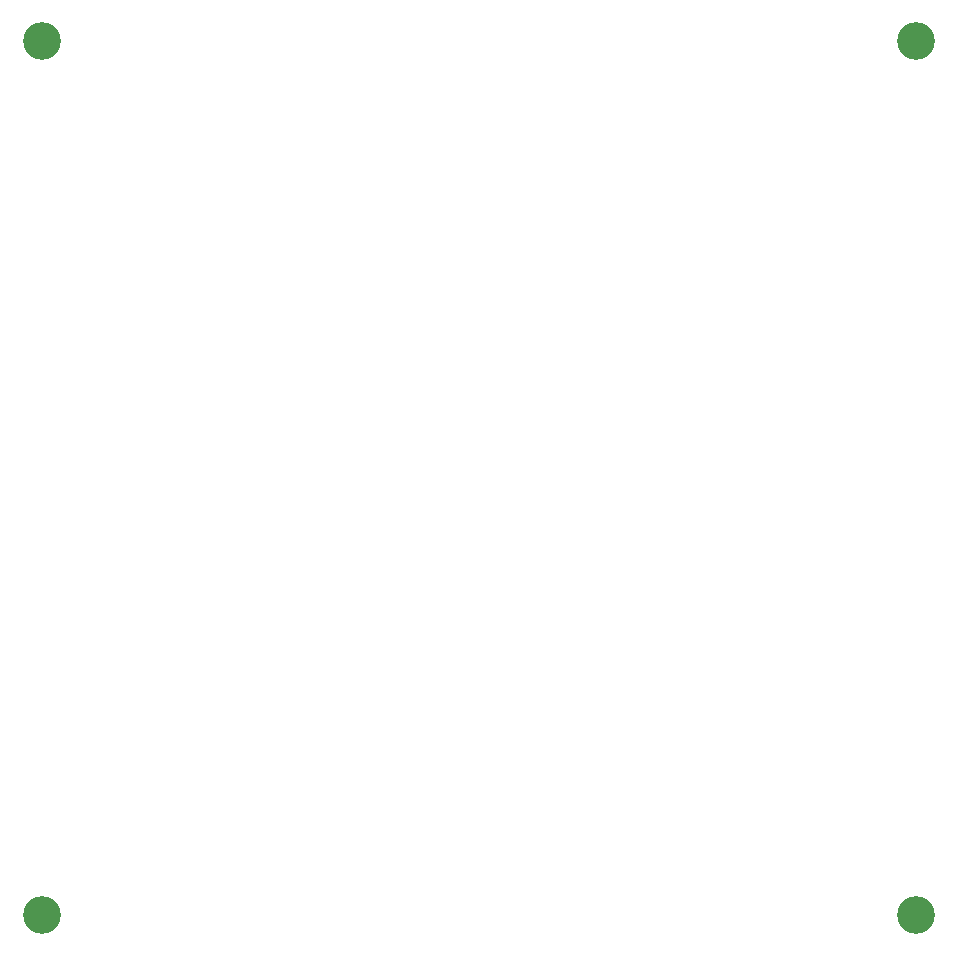
<source format=gbr>
G04 #@! TF.FileFunction,Soldermask,Bot*
%FSLAX46Y46*%
G04 Gerber Fmt 4.6, Leading zero omitted, Abs format (unit mm)*
G04 Created by KiCad (PCBNEW 4.0.4+e1-6308~48~ubuntu16.04.1-stable) date Fri Jan  6 21:37:19 2017*
%MOMM*%
%LPD*%
G01*
G04 APERTURE LIST*
%ADD10C,0.100000*%
%ADD11C,3.200000*%
G04 APERTURE END LIST*
D10*
D11*
X107500000Y-131500000D03*
X181500000Y-131500000D03*
X181500000Y-57500000D03*
X107500000Y-57500000D03*
M02*

</source>
